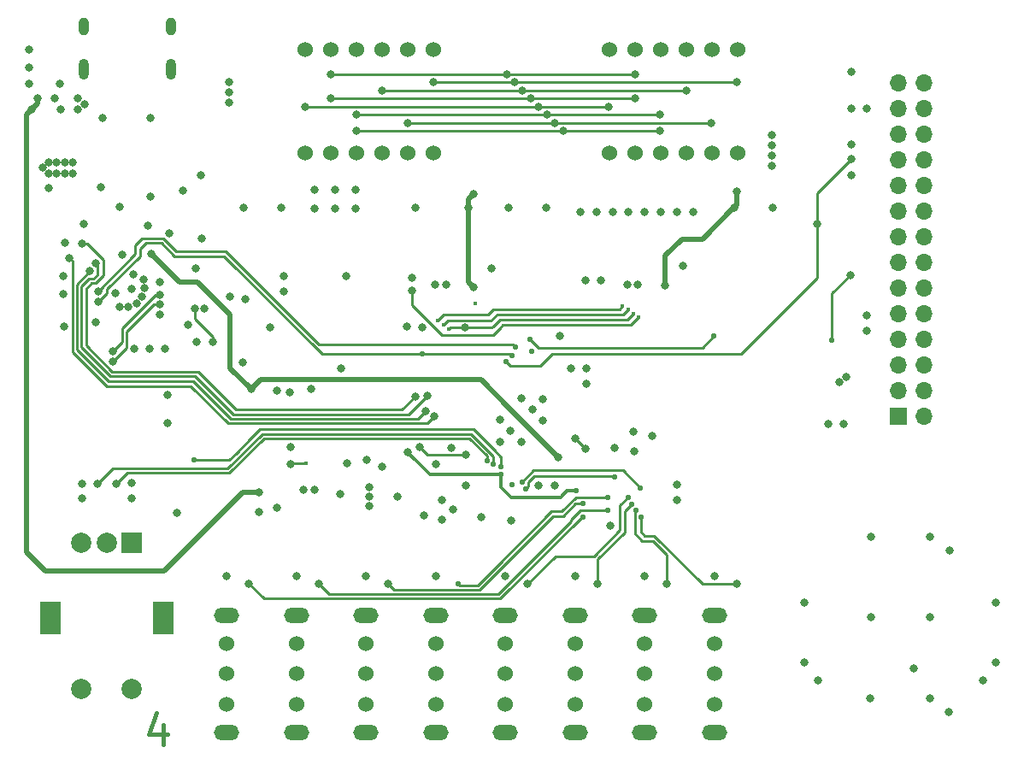
<source format=gbr>
%TF.GenerationSoftware,KiCad,Pcbnew,7.0.7*%
%TF.CreationDate,2024-01-22T13:38:32-08:00*%
%TF.ProjectId,ProgrammaGull_Sandpiper,50726f67-7261-46d6-9d61-47756c6c5f53,rev?*%
%TF.SameCoordinates,Original*%
%TF.FileFunction,Copper,L4,Bot*%
%TF.FilePolarity,Positive*%
%FSLAX46Y46*%
G04 Gerber Fmt 4.6, Leading zero omitted, Abs format (unit mm)*
G04 Created by KiCad (PCBNEW 7.0.7) date 2024-01-22 13:38:32*
%MOMM*%
%LPD*%
G01*
G04 APERTURE LIST*
%ADD10C,0.400000*%
%TA.AperFunction,NonConductor*%
%ADD11C,0.400000*%
%TD*%
%TA.AperFunction,ComponentPad*%
%ADD12C,1.524000*%
%TD*%
%TA.AperFunction,ComponentPad*%
%ADD13O,2.500000X1.524000*%
%TD*%
%TA.AperFunction,ComponentPad*%
%ADD14O,1.000000X2.100000*%
%TD*%
%TA.AperFunction,ComponentPad*%
%ADD15O,1.000000X1.800000*%
%TD*%
%TA.AperFunction,ComponentPad*%
%ADD16O,1.700000X1.700000*%
%TD*%
%TA.AperFunction,ComponentPad*%
%ADD17R,1.700000X1.700000*%
%TD*%
%TA.AperFunction,ComponentPad*%
%ADD18R,2.000000X2.000000*%
%TD*%
%TA.AperFunction,ComponentPad*%
%ADD19C,2.000000*%
%TD*%
%TA.AperFunction,ComponentPad*%
%ADD20R,2.000000X3.200000*%
%TD*%
%TA.AperFunction,ViaPad*%
%ADD21C,0.550000*%
%TD*%
%TA.AperFunction,ViaPad*%
%ADD22C,0.800000*%
%TD*%
%TA.AperFunction,ViaPad*%
%ADD23C,0.450000*%
%TD*%
%TA.AperFunction,Conductor*%
%ADD24C,0.250000*%
%TD*%
%TA.AperFunction,Conductor*%
%ADD25C,0.500000*%
%TD*%
%TA.AperFunction,Conductor*%
%ADD26C,0.350000*%
%TD*%
G04 APERTURE END LIST*
D10*
D11*
X39513157Y-96612057D02*
X39513157Y-98612057D01*
X38798871Y-95469200D02*
X38084585Y-97612057D01*
X38084585Y-97612057D02*
X39941728Y-97612057D01*
D12*
%TO.P,SW5,1*%
%TO.N,+3V3*%
X59600000Y-88600000D03*
%TO.P,SW5,2*%
%TO.N,Net-(R10-Pad1)*%
X59600000Y-91600000D03*
%TO.P,SW5,3*%
%TO.N,GND*%
X59600000Y-94600000D03*
D13*
%TO.P,SW5,4,CASE*%
X59600000Y-85800000D03*
X59600000Y-97400000D03*
%TD*%
D12*
%TO.P,SW4,1*%
%TO.N,+3V3*%
X66500000Y-88600000D03*
%TO.P,SW4,2*%
%TO.N,Net-(R12-Pad1)*%
X66500000Y-91600000D03*
%TO.P,SW4,3*%
%TO.N,GND*%
X66500000Y-94600000D03*
D13*
%TO.P,SW4,4,CASE*%
X66500000Y-85800000D03*
X66500000Y-97400000D03*
%TD*%
D12*
%TO.P,SW0,1*%
%TO.N,+3V3*%
X94100000Y-88600000D03*
%TO.P,SW0,2*%
%TO.N,Net-(R20-Pad1)*%
X94100000Y-91600000D03*
%TO.P,SW0,3*%
%TO.N,GND*%
X94100000Y-94600000D03*
D13*
%TO.P,SW0,4,CASE*%
X94100000Y-85800000D03*
X94100000Y-97400000D03*
%TD*%
D14*
%TO.P,P1,S1,SHIELD*%
%TO.N,GND*%
X40240000Y-31680000D03*
D15*
X40240000Y-27500000D03*
D14*
X31600000Y-31680000D03*
D15*
X31600000Y-27500000D03*
%TD*%
D12*
%TO.P,SW2,1*%
%TO.N,+3V3*%
X80300000Y-88600000D03*
%TO.P,SW2,2*%
%TO.N,Net-(R16-Pad1)*%
X80300000Y-91600000D03*
%TO.P,SW2,3*%
%TO.N,GND*%
X80300000Y-94600000D03*
D13*
%TO.P,SW2,4,CASE*%
X80300000Y-85800000D03*
X80300000Y-97400000D03*
%TD*%
D12*
%TO.P,SW1,1*%
%TO.N,+3V3*%
X87200000Y-88600000D03*
%TO.P,SW1,2*%
%TO.N,Net-(R18-Pad1)*%
X87200000Y-91600000D03*
%TO.P,SW1,3*%
%TO.N,GND*%
X87200000Y-94600000D03*
D13*
%TO.P,SW1,4,CASE*%
X87200000Y-85800000D03*
X87200000Y-97400000D03*
%TD*%
D16*
%TO.P,J1,28,Pin_28*%
%TO.N,+5V*%
X114875000Y-33020000D03*
%TO.P,J1,27,Pin_27*%
X112335000Y-33020000D03*
%TO.P,J1,26,Pin_26*%
%TO.N,+3V3*%
X114875000Y-35560000D03*
%TO.P,J1,25,Pin_25*%
X112335000Y-35560000D03*
%TO.P,J1,24,Pin_24*%
%TO.N,GND*%
X114875000Y-38100000D03*
%TO.P,J1,23,Pin_23*%
X112335000Y-38100000D03*
%TO.P,J1,22,Pin_22*%
%TO.N,/RCLP_1*%
X114875000Y-40640000D03*
%TO.P,J1,21,Pin_21*%
%TO.N,/RCLP_0*%
X112335000Y-40640000D03*
%TO.P,J1,20,Pin_20*%
%TO.N,unconnected-(J1-Pin_20-Pad20)*%
X114875000Y-43180000D03*
%TO.P,J1,19,Pin_19*%
%TO.N,GND*%
X112335000Y-43180000D03*
%TO.P,J1,18,Pin_18*%
%TO.N,Net-(J1-Pin_18)*%
X114875000Y-45720000D03*
%TO.P,J1,17,Pin_17*%
%TO.N,Net-(J1-Pin_17)*%
X112335000Y-45720000D03*
%TO.P,J1,16,Pin_16*%
%TO.N,Net-(J1-Pin_16)*%
X114875000Y-48260000D03*
%TO.P,J1,15,Pin_15*%
%TO.N,Net-(J1-Pin_15)*%
X112335000Y-48260000D03*
%TO.P,J1,14,Pin_14*%
%TO.N,Net-(J1-Pin_14)*%
X114875000Y-50800000D03*
%TO.P,J1,13,Pin_13*%
%TO.N,Net-(J1-Pin_13)*%
X112335000Y-50800000D03*
%TO.P,J1,12,Pin_12*%
%TO.N,Net-(J1-Pin_12)*%
X114875000Y-53340000D03*
%TO.P,J1,11,Pin_11*%
%TO.N,Net-(J1-Pin_11)*%
X112335000Y-53340000D03*
%TO.P,J1,10,Pin_10*%
%TO.N,GND*%
X114875000Y-55880000D03*
%TO.P,J1,9,Pin_9*%
X112335000Y-55880000D03*
%TO.P,J1,8,Pin_8*%
%TO.N,+3V3*%
X114875000Y-58420000D03*
%TO.P,J1,7,Pin_7*%
X112335000Y-58420000D03*
%TO.P,J1,6,Pin_6*%
%TO.N,/UI_ADC_SE_CHAN_0*%
X114875000Y-60960000D03*
%TO.P,J1,5,Pin_5*%
%TO.N,/UI_ADC_SE_CHAN_1*%
X112335000Y-60960000D03*
%TO.P,J1,4,Pin_4*%
%TO.N,/UI_ADC_SE_CHAN_3*%
X114875000Y-63500000D03*
%TO.P,J1,3,Pin_3*%
%TO.N,/UI_ADC_SE_CHAN_2*%
X112335000Y-63500000D03*
%TO.P,J1,2,Pin_2*%
%TO.N,GND*%
X114875000Y-66040000D03*
D17*
%TO.P,J1,1,Pin_1*%
X112335000Y-66040000D03*
%TD*%
D12*
%TO.P,SW6,1*%
%TO.N,+3V3*%
X52700000Y-88600000D03*
%TO.P,SW6,2*%
%TO.N,Net-(R8-Pad1)*%
X52700000Y-91600000D03*
%TO.P,SW6,3*%
%TO.N,GND*%
X52700000Y-94600000D03*
D13*
%TO.P,SW6,4,CASE*%
X52700000Y-85800000D03*
X52700000Y-97400000D03*
%TD*%
D12*
%TO.P,SW7,1*%
%TO.N,+3V3*%
X45800000Y-88600000D03*
%TO.P,SW7,2*%
%TO.N,Net-(R6-Pad1)*%
X45800000Y-91600000D03*
%TO.P,SW7,3*%
%TO.N,GND*%
X45800000Y-94600000D03*
D13*
%TO.P,SW7,4,CASE*%
X45800000Y-85800000D03*
X45800000Y-97400000D03*
%TD*%
D12*
%TO.P,U8,1,E*%
%TO.N,/UI_SEG_E*%
X53600000Y-40000000D03*
%TO.P,U8,2,D*%
%TO.N,/UI_SEG_D*%
X56140000Y-40000000D03*
%TO.P,U8,3,DP*%
%TO.N,/UI_SEG_DP*%
X58680000Y-40000000D03*
%TO.P,U8,4,C*%
%TO.N,/UI_SEG_C*%
X61220000Y-40000000D03*
%TO.P,U8,5,G*%
%TO.N,/UI_SEG_G*%
X63760000Y-40000000D03*
%TO.P,U8,6,CA3*%
%TO.N,Net-(Q4-C)*%
X66300000Y-40000000D03*
%TO.P,U8,7,B*%
%TO.N,/UI_SEG_B*%
X66300000Y-29740000D03*
%TO.P,U8,8,CA2*%
%TO.N,Net-(Q3-C)*%
X63760000Y-29740000D03*
%TO.P,U8,9,CA1*%
%TO.N,Net-(Q2-C)*%
X61220000Y-29740000D03*
%TO.P,U8,10,F*%
%TO.N,/UI_SEG_F*%
X58680000Y-29740000D03*
%TO.P,U8,11,A*%
%TO.N,/UI_SEG_A*%
X56140000Y-29740000D03*
%TO.P,U8,12,CA0*%
%TO.N,Net-(Q1-C)*%
X53600000Y-29740000D03*
%TD*%
%TO.P,U10,1,E*%
%TO.N,/UI_SEG_E*%
X83700000Y-40000000D03*
%TO.P,U10,2,D*%
%TO.N,/UI_SEG_D*%
X86240000Y-40000000D03*
%TO.P,U10,3,DP*%
%TO.N,/UI_SEG_DP*%
X88780000Y-40000000D03*
%TO.P,U10,4,C*%
%TO.N,/UI_SEG_C*%
X91320000Y-40000000D03*
%TO.P,U10,5,G*%
%TO.N,/UI_SEG_G*%
X93860000Y-40000000D03*
%TO.P,U10,6,CA3*%
%TO.N,Net-(Q8-C)*%
X96400000Y-40000000D03*
%TO.P,U10,7,B*%
%TO.N,/UI_SEG_B*%
X96400000Y-29740000D03*
%TO.P,U10,8,CA2*%
%TO.N,Net-(Q7-C)*%
X93860000Y-29740000D03*
%TO.P,U10,9,CA1*%
%TO.N,Net-(Q6-C)*%
X91320000Y-29740000D03*
%TO.P,U10,10,F*%
%TO.N,/UI_SEG_F*%
X88780000Y-29740000D03*
%TO.P,U10,11,A*%
%TO.N,/UI_SEG_A*%
X86240000Y-29740000D03*
%TO.P,U10,12,CA0*%
%TO.N,Net-(Q5-C)*%
X83700000Y-29740000D03*
%TD*%
%TO.P,SW3,1*%
%TO.N,+3V3*%
X73400000Y-88600000D03*
%TO.P,SW3,2*%
%TO.N,Net-(R14-Pad1)*%
X73400000Y-91600000D03*
%TO.P,SW3,3*%
%TO.N,GND*%
X73400000Y-94600000D03*
D13*
%TO.P,SW3,4,CASE*%
X73400000Y-85800000D03*
X73400000Y-97400000D03*
%TD*%
D18*
%TO.P,SW8,A,A*%
%TO.N,Net-(R77-Pad2)*%
X36410000Y-78580000D03*
D19*
%TO.P,SW8,B,B*%
%TO.N,Net-(R75-Pad2)*%
X31410000Y-78580000D03*
%TO.P,SW8,C,C*%
%TO.N,GND*%
X33910000Y-78580000D03*
D20*
%TO.P,SW8,MP*%
%TO.N,N/C*%
X39510000Y-86080000D03*
X28310000Y-86080000D03*
D19*
%TO.P,SW8,S1,S1*%
%TO.N,+3V3*%
X31410000Y-93080000D03*
%TO.P,SW8,S2,S2*%
%TO.N,Net-(R63-Pad2)*%
X36410000Y-93080000D03*
%TD*%
D21*
%TO.N,/UI_ADC_DO*%
X105700000Y-58550000D03*
D22*
%TO.N,GND*%
X106925000Y-66800000D03*
%TO.N,/UI_GPIO0*%
X104250000Y-47000000D03*
%TO.N,+5V*%
X99750000Y-40250000D03*
X51200000Y-45400000D03*
X89200000Y-53100000D03*
X64500000Y-45400000D03*
X26450000Y-35700000D03*
X99900000Y-45400000D03*
X73700000Y-45450000D03*
X47450000Y-45400000D03*
X99750000Y-39250000D03*
X46000000Y-35000000D03*
X99750000Y-41250000D03*
X96100000Y-45400000D03*
X46000000Y-34000000D03*
X46000000Y-33000000D03*
X27050000Y-34600000D03*
X77450000Y-45400000D03*
X70200000Y-44100000D03*
X54490000Y-43600000D03*
X96300000Y-43800000D03*
X69700000Y-45400000D03*
X58590000Y-43600000D03*
X56550000Y-43600000D03*
X70200000Y-53300000D03*
X99750000Y-38250000D03*
X49000000Y-73650000D03*
%TO.N,GND*%
X39150000Y-56000000D03*
X81450000Y-62850000D03*
X33300000Y-43400000D03*
X47350000Y-60750000D03*
X58590000Y-45500000D03*
X80300000Y-81937500D03*
X59925000Y-74000000D03*
X31700000Y-35150000D03*
X48980000Y-75530000D03*
X35150000Y-55250000D03*
X26200000Y-29750000D03*
X38200000Y-44275000D03*
X117360000Y-79350000D03*
X38175000Y-59400000D03*
X71000000Y-76100000D03*
X41450000Y-43700000D03*
X37600000Y-53350000D03*
X74000000Y-76440000D03*
X74940000Y-64320000D03*
X107675000Y-35570000D03*
X37550000Y-52500000D03*
X45800000Y-81937500D03*
X56550000Y-45500000D03*
X86500000Y-53000000D03*
X35400000Y-50100000D03*
X38000000Y-47200000D03*
X43600000Y-55400000D03*
X36850000Y-54900000D03*
X36000000Y-55200000D03*
X35200000Y-45300000D03*
X82850000Y-52650000D03*
X73400000Y-81937500D03*
X65350000Y-75900000D03*
X85450000Y-53000000D03*
X31050000Y-34600000D03*
X113800000Y-91050000D03*
X78750000Y-58100000D03*
X47600000Y-54500000D03*
X54490000Y-45500000D03*
X87200000Y-81937500D03*
X50750000Y-75150000D03*
X117340000Y-95340000D03*
X52000000Y-63700000D03*
X26200000Y-31550000D03*
X31420000Y-72730000D03*
X26200000Y-33100000D03*
X36350000Y-53500000D03*
X120670000Y-92270000D03*
X52700000Y-81937500D03*
X40900000Y-75600000D03*
X51420000Y-52170000D03*
X75000000Y-68600000D03*
X59640000Y-70410000D03*
X29600000Y-54000000D03*
X67550000Y-53000000D03*
X39700000Y-59400000D03*
X57060000Y-73770000D03*
X66500000Y-70775000D03*
X34800000Y-53850000D03*
X107675000Y-42160000D03*
X76040000Y-65420000D03*
X87900000Y-68000000D03*
X36400000Y-72720000D03*
X64150000Y-52350000D03*
X37350000Y-54200000D03*
X29250000Y-33100000D03*
X68175500Y-75300000D03*
X90400000Y-74375000D03*
X107150000Y-62215000D03*
X107650000Y-31970000D03*
X78300000Y-72900000D03*
X66500000Y-81937500D03*
X81450000Y-61350000D03*
X107675000Y-39120000D03*
X32800000Y-56800000D03*
X36500000Y-52000000D03*
X94100000Y-81937500D03*
X28150000Y-43450000D03*
X31650000Y-47050000D03*
X66450000Y-53000000D03*
X62725000Y-74000000D03*
X54470000Y-73370000D03*
X57105000Y-61300000D03*
X31050000Y-35700000D03*
X53370000Y-73370000D03*
X38200000Y-36500000D03*
X72000000Y-51400000D03*
X40055497Y-47924500D03*
X86100000Y-67600000D03*
X106450000Y-62715000D03*
X33500000Y-36500000D03*
X69500000Y-72900000D03*
X73900000Y-67500000D03*
X104340000Y-92250000D03*
X83800000Y-76950000D03*
X109200000Y-56095000D03*
X77100000Y-64400000D03*
X77100000Y-66500000D03*
X63600000Y-57200000D03*
X72900000Y-66400000D03*
X42800000Y-58675000D03*
X72900000Y-68600000D03*
X59600000Y-81937500D03*
X90950000Y-51150000D03*
%TO.N,+3V3*%
X30550000Y-40900000D03*
X52100000Y-69125000D03*
X109225000Y-35570000D03*
X43250000Y-42212500D03*
X67090000Y-74360000D03*
X122000000Y-84540000D03*
X39925000Y-66750000D03*
X122000000Y-90440000D03*
X103000000Y-90420000D03*
X28150000Y-42050000D03*
X115420000Y-94010000D03*
X31420000Y-74200000D03*
X59925000Y-75000000D03*
X29750000Y-42050000D03*
X57750000Y-70720000D03*
X115470000Y-86010000D03*
X90400000Y-72825000D03*
X57600000Y-52200000D03*
X67100000Y-76300000D03*
X28750000Y-34600000D03*
X84200000Y-69200000D03*
X29750000Y-48850000D03*
X61175000Y-71100000D03*
X27550000Y-41450000D03*
X29350000Y-35700000D03*
X30550000Y-42050000D03*
D23*
X70400000Y-54900000D03*
D22*
X43300000Y-48475000D03*
X28950000Y-40900000D03*
X51420000Y-53750000D03*
X115460000Y-78000000D03*
X39925000Y-63950000D03*
X109560000Y-94010000D03*
X76700000Y-72900000D03*
X105375000Y-66800000D03*
X81350000Y-52600000D03*
X39150000Y-52750000D03*
X103000000Y-84550000D03*
X54175000Y-63400000D03*
X59925000Y-73100000D03*
X42000000Y-57000000D03*
X50100000Y-57300000D03*
X42700000Y-51450000D03*
X79900000Y-61350000D03*
X46150000Y-54250000D03*
X109590000Y-86000000D03*
X68000000Y-69175000D03*
X29650000Y-57150000D03*
X50800000Y-63500000D03*
X109570000Y-77990000D03*
X29600000Y-52200000D03*
X28950000Y-42050000D03*
X86150000Y-69550000D03*
X65150000Y-57250000D03*
X29750000Y-40900000D03*
X28150000Y-40900000D03*
X109200000Y-57645000D03*
X36600000Y-59400000D03*
X36410000Y-74200000D03*
D21*
%TO.N,+1V2*%
X74010000Y-72870000D03*
X76020000Y-59620000D03*
D22*
%TO.N,/UI_RGBLED_B*%
X81362500Y-69300000D03*
X80300000Y-68300000D03*
D21*
%TO.N,/UI_GPIO1*%
X75850000Y-58450000D03*
X94050000Y-58150000D03*
D22*
%TO.N,/UI_GPIO0*%
X107625000Y-40620000D03*
D21*
X73425000Y-60625000D03*
%TO.N,/UI_SW7*%
X81100000Y-76050000D03*
D22*
X48000000Y-82675000D03*
%TO.N,/UI_SW6*%
X54900000Y-82675000D03*
D21*
X83500000Y-75400000D03*
%TO.N,/UI_SW5*%
X81100000Y-74750000D03*
D22*
X61800000Y-82675000D03*
D21*
%TO.N,/UI_SW4*%
X68700000Y-82650500D03*
X83500000Y-74100000D03*
D22*
%TO.N,/UI_SW3*%
X75600000Y-82675000D03*
D21*
X85549500Y-74102205D03*
D22*
%TO.N,/UI_SW2*%
X82500000Y-82675000D03*
D21*
X85906169Y-74761402D03*
%TO.N,/UI_SW1*%
X86322967Y-75384325D03*
D22*
X89400000Y-82675000D03*
D21*
%TO.N,/UI_SW0*%
X86800000Y-76054556D03*
D22*
X96300000Y-82675000D03*
%TO.N,/FLASH_CS*%
X65500000Y-65550000D03*
X32250000Y-51700000D03*
%TO.N,/EEPROM_SPI_DO*%
X42600000Y-55400000D03*
X44400000Y-58725000D03*
%TO.N,/FLASH_SCK*%
X64450000Y-64100000D03*
X31500000Y-48975500D03*
%TO.N,/UI_SEG_A*%
X56100000Y-32200000D03*
X80800000Y-45800000D03*
X86200000Y-32200000D03*
X73500000Y-32200000D03*
%TO.N,/UI_SEG_B*%
X74300000Y-33000000D03*
X96300000Y-33000000D03*
X66300000Y-33000000D03*
X82400000Y-45800000D03*
X66300000Y-33000000D03*
%TO.N,/UI_SEG_C*%
X61200000Y-33800000D03*
X84000000Y-45800000D03*
X75100000Y-33800000D03*
X91300000Y-33800000D03*
%TO.N,/UI_SEG_D*%
X56100000Y-34600000D03*
X75900000Y-34600000D03*
X86200000Y-34600000D03*
X85600000Y-45800000D03*
%TO.N,/UI_SEG_E*%
X53600000Y-35400000D03*
X87200000Y-45800000D03*
X76700000Y-35400000D03*
X83600000Y-35400000D03*
%TO.N,/UI_SEG_F*%
X77500000Y-36200000D03*
X88800000Y-45800000D03*
X88700000Y-36200000D03*
X58600000Y-36200000D03*
%TO.N,/UI_SEG_G*%
X63700000Y-37000000D03*
X90400000Y-45800000D03*
X93800000Y-37000000D03*
X78300000Y-37000000D03*
%TO.N,/UI_SEG_DP*%
X79100000Y-37800000D03*
X58600000Y-37800000D03*
X92000000Y-45800000D03*
X88700000Y-37800000D03*
%TO.N,/~{UI_7SEGSR_OE}*%
X69400000Y-57300000D03*
D23*
X86050607Y-55913612D03*
X67800500Y-57475500D03*
D22*
%TO.N,/UI_ENC_B*%
X32960000Y-72740000D03*
D21*
X72225865Y-70849500D03*
D23*
%TO.N,/~{UI_ULEDSR_OE}*%
X53623000Y-70750000D03*
D22*
X52100000Y-70775000D03*
D21*
%TO.N,/UP5K_CDONE*%
X74375000Y-59225000D03*
D22*
X33050000Y-53700000D03*
D21*
%TO.N,/UP5K_CRESET*%
X74050000Y-60050000D03*
X65150000Y-59900000D03*
D22*
X33050000Y-54700000D03*
D23*
%TO.N,/UI_7SEGSR_CLK*%
X85000000Y-55150000D03*
X66701500Y-56550000D03*
%TO.N,/UI_7SEGSR_RCLK*%
X85532093Y-55522465D03*
X67251000Y-57000000D03*
D22*
%TO.N,/FLASH_MOSI*%
X65650000Y-64025500D03*
X32850000Y-50900000D03*
%TO.N,/FLASH_MISO*%
X30200000Y-50400000D03*
X66354143Y-66069079D03*
D21*
%TO.N,/UI_ENC_A*%
X71569655Y-70487364D03*
D22*
X34870000Y-72730000D03*
%TO.N,/UI_ADC_DO*%
X107575000Y-52070000D03*
%TO.N,/CLK_12M*%
X78600000Y-70100000D03*
X38300000Y-50000000D03*
X48200000Y-63400000D03*
%TO.N,/UI_7SEG_SER_CARRY*%
X64150000Y-53600000D03*
D23*
X86588555Y-56277570D03*
D22*
%TO.N,Net-(U7-BCBUS4)*%
X39150000Y-54050000D03*
X34495800Y-59656794D03*
%TO.N,Net-(U7-BCBUS3)*%
X39150000Y-55000000D03*
X34500895Y-60676297D03*
D21*
%TO.N,/UI_ENC_SW*%
X42580000Y-70400000D03*
X72950133Y-71070698D03*
D22*
%TO.N,/UI_ULEDSR_RCLK*%
X64880000Y-69130000D03*
X69500000Y-69900000D03*
D21*
%TO.N,/SERIAL_SW_D*%
X75400000Y-73250000D03*
X84200000Y-72074500D03*
%TO.N,/SW_SH_CLKEN*%
X75070000Y-72560000D03*
X86750000Y-73150000D03*
%TO.N,/SW_SH_CLK*%
X80400000Y-73450000D03*
D22*
X63760000Y-69670000D03*
D21*
X72989337Y-71819175D03*
%TD*%
D24*
%TO.N,/UI_GPIO1*%
X76700000Y-59300000D02*
X75850000Y-58450000D01*
X94050000Y-58150000D02*
X92900000Y-59300000D01*
X92900000Y-59300000D02*
X76700000Y-59300000D01*
%TO.N,/UI_GPIO0*%
X104280000Y-47030000D02*
X104280000Y-48800000D01*
X104250000Y-47000000D02*
X104280000Y-47030000D01*
X104280000Y-46970000D02*
X104250000Y-47000000D01*
X104280000Y-52320000D02*
X104280000Y-48800000D01*
X104280000Y-48800000D02*
X104280000Y-48095000D01*
X104280000Y-43965000D02*
X104280000Y-46970000D01*
X107625000Y-40620000D02*
X104280000Y-43965000D01*
D25*
%TO.N,+5V*%
X69700000Y-52800000D02*
X70200000Y-53300000D01*
X89200000Y-50180000D02*
X90870000Y-48510000D01*
X47350000Y-73650000D02*
X49000000Y-73650000D01*
X90870000Y-48510000D02*
X92890000Y-48510000D01*
X39600000Y-81400000D02*
X43250000Y-77750000D01*
X26000000Y-43950000D02*
X26000000Y-79550000D01*
X69700000Y-45400000D02*
X69700000Y-44600000D01*
X27050000Y-35100000D02*
X26450000Y-35700000D01*
X69700000Y-45400000D02*
X69700000Y-52800000D01*
X89200000Y-53100000D02*
X89200000Y-50180000D01*
X49000000Y-73650000D02*
X49050000Y-73650000D01*
X69700000Y-44600000D02*
X70200000Y-44100000D01*
X26000000Y-79550000D02*
X27850000Y-81400000D01*
X96000000Y-45400000D02*
X92890000Y-48510000D01*
X96100000Y-45400000D02*
X96000000Y-45400000D01*
X26000000Y-36150000D02*
X26000000Y-43950000D01*
X27850000Y-81400000D02*
X39600000Y-81400000D01*
X27050000Y-34600000D02*
X27050000Y-35100000D01*
X43250000Y-77750000D02*
X47350000Y-73650000D01*
X26450000Y-35700000D02*
X26000000Y-36150000D01*
X96300000Y-43800000D02*
X96300000Y-45200000D01*
X96300000Y-45200000D02*
X96100000Y-45400000D01*
D24*
%TO.N,/UI_RGBLED_B*%
X81300000Y-69300000D02*
X80300000Y-68300000D01*
X81062500Y-69000000D02*
X81000000Y-69000000D01*
%TO.N,/UI_GPIO0*%
X107625000Y-40620000D02*
X107675000Y-40620000D01*
X76850000Y-61050000D02*
X78000000Y-59900000D01*
X96700000Y-59900000D02*
X104280000Y-52320000D01*
X73850000Y-61050000D02*
X76850000Y-61050000D01*
X73425000Y-60625000D02*
X73850000Y-61050000D01*
X73425000Y-60625000D02*
X73700000Y-60900000D01*
X78000000Y-59900000D02*
X96700000Y-59900000D01*
%TO.N,/UI_SW7*%
X80950000Y-76050000D02*
X72850000Y-84150000D01*
X49475000Y-84150000D02*
X48000000Y-82675000D01*
X81100000Y-76050000D02*
X80950000Y-76050000D01*
X72850000Y-84150000D02*
X49475000Y-84150000D01*
%TO.N,/UI_SW6*%
X80800000Y-75400000D02*
X79850000Y-76350000D01*
X54900000Y-82675000D02*
X55925000Y-83700000D01*
X72663604Y-83700000D02*
X79850000Y-76513604D01*
X55925000Y-83700000D02*
X72663604Y-83700000D01*
X80800000Y-75400000D02*
X83500000Y-75400000D01*
X79850000Y-76350000D02*
X79850000Y-76513604D01*
%TO.N,/UI_SW5*%
X61800000Y-82675000D02*
X62375000Y-83250000D01*
X78125000Y-75975000D02*
X79125000Y-75975000D01*
X79125000Y-75975000D02*
X80350000Y-74750000D01*
X80350000Y-74750000D02*
X81100000Y-74750000D01*
X70850000Y-83250000D02*
X78125000Y-75975000D01*
X62375000Y-83250000D02*
X70850000Y-83250000D01*
%TO.N,/UI_SW4*%
X72431802Y-81031802D02*
X77981802Y-75481802D01*
X71863604Y-81600000D02*
X72431802Y-81031802D01*
X68849500Y-82800000D02*
X70663604Y-82800000D01*
X70663604Y-82800000D02*
X72431802Y-81031802D01*
X77981802Y-75481802D02*
X78981802Y-75481802D01*
X68700000Y-82650500D02*
X68849500Y-82800000D01*
X78981802Y-75481802D02*
X80363604Y-74100000D01*
X80363604Y-74100000D02*
X83500000Y-74100000D01*
%TO.N,/UI_SW3*%
X82163604Y-79950000D02*
X84750000Y-77363604D01*
X84750000Y-74901705D02*
X85549500Y-74102205D01*
X78325000Y-79950000D02*
X82163604Y-79950000D01*
X75600000Y-82675000D02*
X78325000Y-79950000D01*
X84750000Y-77363604D02*
X84750000Y-74901705D01*
%TO.N,/UI_SW2*%
X82500000Y-80250000D02*
X85200000Y-77550000D01*
X85200000Y-75467571D02*
X85906169Y-74761402D01*
X82500000Y-82675000D02*
X82500000Y-80250000D01*
X85200000Y-77550000D02*
X85200000Y-75467571D01*
%TO.N,/UI_SW1*%
X86950000Y-78400000D02*
X86200000Y-77650000D01*
X86200000Y-75507292D02*
X86322967Y-75384325D01*
X89400000Y-82675000D02*
X89400000Y-79800000D01*
X89400000Y-79800000D02*
X88000000Y-78400000D01*
X88000000Y-78400000D02*
X86950000Y-78400000D01*
X86200000Y-77650000D02*
X86200000Y-75507292D01*
%TO.N,/UI_SW0*%
X86800000Y-77500000D02*
X86800000Y-76054556D01*
X88136396Y-77900000D02*
X87200000Y-77900000D01*
X96300000Y-82675000D02*
X92911396Y-82675000D01*
X87200000Y-77900000D02*
X86800000Y-77500000D01*
X92911396Y-82675000D02*
X88136396Y-77900000D01*
%TO.N,/FLASH_CS*%
X42486396Y-62636396D02*
X34086396Y-62636396D01*
X47052208Y-66325000D02*
X46675000Y-66325000D01*
X34086396Y-62636396D02*
X30950000Y-59500000D01*
X65500000Y-65550000D02*
X64725000Y-66325000D01*
X64725000Y-66325000D02*
X47052208Y-66325000D01*
X46175000Y-66325000D02*
X42486396Y-62636396D01*
X30950000Y-59500000D02*
X30950000Y-53000000D01*
X46675000Y-66325000D02*
X46175000Y-66325000D01*
X30950000Y-53000000D02*
X32250000Y-51700000D01*
%TO.N,/EEPROM_SPI_DO*%
X42600000Y-56400000D02*
X42600000Y-55400000D01*
X44400000Y-58200000D02*
X42600000Y-56400000D01*
X44400000Y-58725000D02*
X44400000Y-58200000D01*
%TO.N,/FLASH_SCK*%
X42950000Y-61650000D02*
X34450000Y-61650000D01*
X46725000Y-65425000D02*
X42950000Y-61650000D01*
X34450000Y-61650000D02*
X31850000Y-59050000D01*
X31950805Y-48975500D02*
X31500000Y-48975500D01*
X63125000Y-65425000D02*
X46725000Y-65425000D01*
X33575000Y-50599695D02*
X31950805Y-48975500D01*
X31850000Y-59050000D02*
X31850000Y-53463604D01*
X64450000Y-64100000D02*
X63125000Y-65425000D01*
X32786396Y-52900000D02*
X33575000Y-52111396D01*
X32413604Y-52900000D02*
X32786396Y-52900000D01*
X31850000Y-53463604D02*
X32413604Y-52900000D01*
X33575000Y-52111396D02*
X33575000Y-50599695D01*
%TO.N,/UI_SEG_A*%
X66300000Y-32200000D02*
X56100000Y-32200000D01*
X86200000Y-32200000D02*
X66300000Y-32200000D01*
%TO.N,/UI_SEG_B*%
X69300000Y-33000000D02*
X66300000Y-33000000D01*
X96400000Y-33000000D02*
X96300000Y-33000000D01*
X96300000Y-33000000D02*
X69300000Y-33000000D01*
%TO.N,/UI_SEG_C*%
X91300000Y-33800000D02*
X70100000Y-33800000D01*
X70100000Y-33800000D02*
X61200000Y-33800000D01*
%TO.N,/UI_SEG_D*%
X70900000Y-34600000D02*
X56100000Y-34600000D01*
X86200000Y-34600000D02*
X70900000Y-34600000D01*
%TO.N,/UI_SEG_E*%
X71700000Y-35400000D02*
X83600000Y-35400000D01*
X53600000Y-35400000D02*
X71700000Y-35400000D01*
%TO.N,/UI_SEG_F*%
X88700000Y-36200000D02*
X72500000Y-36200000D01*
X72500000Y-36200000D02*
X58600000Y-36200000D01*
%TO.N,/UI_SEG_G*%
X73300000Y-37000000D02*
X63700000Y-37000000D01*
X93800000Y-37000000D02*
X73300000Y-37000000D01*
%TO.N,/UI_SEG_DP*%
X74100000Y-37800000D02*
X58600000Y-37800000D01*
X88700000Y-37800000D02*
X74100000Y-37800000D01*
%TO.N,/~{UI_7SEGSR_OE}*%
X72850000Y-56500000D02*
X85464219Y-56500000D01*
X69400000Y-57300000D02*
X67976000Y-57300000D01*
X85464219Y-56500000D02*
X86050607Y-55913612D01*
X72160000Y-57190000D02*
X72850000Y-56500000D01*
X72050000Y-57300000D02*
X69400000Y-57300000D01*
X72160000Y-57190000D02*
X72050000Y-57300000D01*
X67976000Y-57300000D02*
X67800500Y-57475500D01*
%TO.N,/UI_ENC_B*%
X49283604Y-67810000D02*
X45863604Y-71230000D01*
X34470000Y-71230000D02*
X32960000Y-72740000D01*
X72225865Y-70849500D02*
X72225865Y-70019814D01*
X70016051Y-67810000D02*
X49283604Y-67810000D01*
X72225865Y-70019814D02*
X70016051Y-67810000D01*
X45863604Y-71230000D02*
X34470000Y-71230000D01*
%TO.N,/~{UI_ULEDSR_OE}*%
X52125000Y-70750000D02*
X52100000Y-70775000D01*
X53623000Y-70750000D02*
X52125000Y-70750000D01*
%TO.N,/UP5K_CDONE*%
X40786396Y-49750000D02*
X39486396Y-48450000D01*
X36750000Y-49100000D02*
X36750000Y-50000000D01*
X37400000Y-48450000D02*
X36750000Y-49100000D01*
X74375000Y-59225000D02*
X74150000Y-59000000D01*
X45700000Y-49750000D02*
X40786396Y-49750000D01*
X36750000Y-50000000D02*
X33050000Y-53700000D01*
X39486396Y-48450000D02*
X37400000Y-48450000D01*
X54950000Y-59000000D02*
X45700000Y-49750000D01*
X74150000Y-59000000D02*
X54950000Y-59000000D01*
%TO.N,/UP5K_CRESET*%
X37800000Y-48900000D02*
X37200000Y-49500000D01*
X55213604Y-59900000D02*
X45513604Y-50200000D01*
X45513604Y-50200000D02*
X40600000Y-50200000D01*
X33900000Y-53500000D02*
X33900000Y-53875305D01*
X65150000Y-59900000D02*
X55213604Y-59900000D01*
X33900000Y-53875305D02*
X33075305Y-54700000D01*
X40600000Y-50200000D02*
X39300000Y-48900000D01*
X39300000Y-48900000D02*
X37800000Y-48900000D01*
X37200000Y-50200000D02*
X33900000Y-53500000D01*
X37200000Y-49500000D02*
X37200000Y-50200000D01*
X33075305Y-54700000D02*
X33050000Y-54700000D01*
X73900000Y-59900000D02*
X74050000Y-60050000D01*
X65150000Y-59900000D02*
X73900000Y-59900000D01*
%TO.N,/UI_7SEGSR_CLK*%
X68800000Y-56000000D02*
X71700000Y-56000000D01*
X72240000Y-55460000D02*
X84690000Y-55460000D01*
X71700000Y-56000000D02*
X72200000Y-55500000D01*
X67251500Y-56000000D02*
X68800000Y-56000000D01*
X71700000Y-56000000D02*
X72240000Y-55460000D01*
X84690000Y-55460000D02*
X85000000Y-55150000D01*
X66701500Y-56550000D02*
X67251500Y-56000000D01*
%TO.N,/UI_7SEGSR_RCLK*%
X69450000Y-56575000D02*
X71975000Y-56575000D01*
X72120000Y-56430000D02*
X72570000Y-55980000D01*
X67676000Y-56575000D02*
X69450000Y-56575000D01*
X72570000Y-55980000D02*
X85074558Y-55980000D01*
X85074558Y-55980000D02*
X85532093Y-55522465D01*
X71975000Y-56575000D02*
X72120000Y-56430000D01*
X67251000Y-57000000D02*
X67676000Y-56575000D01*
%TO.N,/FLASH_MOSI*%
X32600000Y-52450000D02*
X32150000Y-52450000D01*
X32150000Y-52450000D02*
X31400000Y-53200000D01*
X34263604Y-62100000D02*
X42675000Y-62100000D01*
X31400000Y-59236396D02*
X34263604Y-62100000D01*
X32850000Y-50900000D02*
X32975000Y-51025000D01*
X63800500Y-65875000D02*
X65650000Y-64025500D01*
X31400000Y-53200000D02*
X31400000Y-59236396D01*
X32975000Y-51025000D02*
X32975000Y-52075000D01*
X42675000Y-62100000D02*
X46450000Y-65875000D01*
X32975000Y-52075000D02*
X32600000Y-52450000D01*
X46450000Y-65875000D02*
X63800500Y-65875000D01*
%TO.N,/FLASH_MISO*%
X40450000Y-63086396D02*
X33900000Y-63086396D01*
X33900000Y-63086396D02*
X30500000Y-59686396D01*
X66354143Y-66069079D02*
X65648222Y-66775000D01*
X30500000Y-50700000D02*
X30500000Y-54800000D01*
X40677208Y-63086396D02*
X40450000Y-63086396D01*
X30500000Y-59686396D02*
X30500000Y-58750000D01*
X42236396Y-63086396D02*
X40450000Y-63086396D01*
X30500000Y-54800000D02*
X30500000Y-58750000D01*
X45925000Y-66775000D02*
X42236396Y-63086396D01*
X30200000Y-50400000D02*
X30500000Y-50700000D01*
X65648222Y-66775000D02*
X45925000Y-66775000D01*
%TO.N,/UI_ENC_A*%
X49470000Y-68260000D02*
X69829655Y-68260000D01*
X71569655Y-70000000D02*
X71569655Y-70487364D01*
X69829655Y-68260000D02*
X71569655Y-70000000D01*
X34870000Y-72730000D02*
X35920000Y-71680000D01*
X35920000Y-71680000D02*
X46050000Y-71680000D01*
X46050000Y-71680000D02*
X49470000Y-68260000D01*
%TO.N,/UI_ADC_DO*%
X107575000Y-52070000D02*
X105725755Y-53919245D01*
X105725755Y-53919245D02*
X105725755Y-58514971D01*
D25*
%TO.N,/CLK_12M*%
X46100000Y-61300000D02*
X48200000Y-63400000D01*
X73900000Y-65400000D02*
X70975000Y-62475000D01*
X70975000Y-62475000D02*
X69700000Y-62475000D01*
X42900000Y-52800000D02*
X46100000Y-56000000D01*
X41100000Y-52800000D02*
X42900000Y-52800000D01*
X46100000Y-56000000D02*
X46100000Y-61300000D01*
X54700000Y-62475000D02*
X49125000Y-62475000D01*
X69700000Y-62475000D02*
X61600000Y-62475000D01*
D24*
X38300000Y-50000000D02*
X38400000Y-50200000D01*
D25*
X78600000Y-70100000D02*
X73900000Y-65400000D01*
X38300000Y-50000000D02*
X41100000Y-52800000D01*
X49125000Y-62475000D02*
X48200000Y-63400000D01*
X61600000Y-62475000D02*
X54700000Y-62475000D01*
D24*
%TO.N,/UI_7SEG_SER_CARRY*%
X85841126Y-57025000D02*
X86588555Y-56277570D01*
X72855000Y-57315000D02*
X72145000Y-58025000D01*
X73145000Y-57025000D02*
X85841126Y-57025000D01*
X67075000Y-58025000D02*
X64150000Y-55100000D01*
X71270000Y-58025000D02*
X67075000Y-58025000D01*
X72855000Y-57315000D02*
X73145000Y-57025000D01*
X72520000Y-57650000D02*
X72150000Y-58020000D01*
X64150000Y-55100000D02*
X64150000Y-53600000D01*
X73150000Y-57020000D02*
X72520000Y-57650000D01*
X72520000Y-57650000D02*
X72855000Y-57315000D01*
X72145000Y-58025000D02*
X71270000Y-58025000D01*
%TO.N,Net-(U7-BCBUS4)*%
X35425000Y-58727594D02*
X35425000Y-57350305D01*
X34495800Y-59656794D02*
X35425000Y-58727594D01*
X35425000Y-57350305D02*
X38725305Y-54050000D01*
X38725305Y-54050000D02*
X39150000Y-54050000D01*
%TO.N,Net-(U7-BCBUS3)*%
X35875000Y-59302192D02*
X35875000Y-57675000D01*
X34500895Y-60676297D02*
X35875000Y-59302192D01*
X35875000Y-57675000D02*
X38550000Y-55000000D01*
X38550000Y-55000000D02*
X39150000Y-55000000D01*
%TO.N,/UI_ENC_SW*%
X49097208Y-67360000D02*
X48143604Y-68313604D01*
X69260000Y-67360000D02*
X49097208Y-67360000D01*
X42580000Y-70400000D02*
X42560000Y-70400000D01*
X48143604Y-68313604D02*
X46778604Y-69678604D01*
X46057208Y-70400000D02*
X42580000Y-70400000D01*
X46778604Y-69678604D02*
X46057208Y-70400000D01*
X72331223Y-69488776D02*
X70202447Y-67360000D01*
X72950133Y-71070698D02*
X72950133Y-70107686D01*
X72950133Y-70107686D02*
X72331223Y-69488776D01*
X70202447Y-67360000D02*
X69260000Y-67360000D01*
%TO.N,/UI_ULEDSR_RCLK*%
X64880000Y-69140000D02*
X64880000Y-69130000D01*
X65665000Y-69925000D02*
X64880000Y-69140000D01*
X65780000Y-69925000D02*
X65665000Y-69925000D01*
X69475000Y-69925000D02*
X65780000Y-69925000D01*
X64880000Y-69130000D02*
X64870000Y-69130000D01*
X64870000Y-69130000D02*
X64870000Y-69130000D01*
X69500000Y-69900000D02*
X69475000Y-69925000D01*
%TO.N,/SERIAL_SW_D*%
X75670000Y-72596396D02*
X75670000Y-72980000D01*
X84200000Y-72074500D02*
X84125500Y-72000000D01*
X75670000Y-72980000D02*
X75400000Y-73250000D01*
X84125500Y-72000000D02*
X76266396Y-72000000D01*
X76266396Y-72000000D02*
X75670000Y-72596396D01*
%TO.N,/SW_SH_CLKEN*%
X78250000Y-71450000D02*
X85050000Y-71450000D01*
X85050000Y-71450000D02*
X86750000Y-73150000D01*
X75070000Y-72560000D02*
X76180000Y-71450000D01*
X76180000Y-71450000D02*
X78250000Y-71450000D01*
D26*
%TO.N,/SW_SH_CLK*%
X72989337Y-71819175D02*
X65909175Y-71819175D01*
X65909175Y-71819175D02*
X63760000Y-69670000D01*
D24*
X64300000Y-70270000D02*
X63760000Y-69730000D01*
D26*
X78850000Y-74100000D02*
X79500000Y-73450000D01*
X74000000Y-74100000D02*
X72989337Y-73089337D01*
X72989337Y-73089337D02*
X72989337Y-71819175D01*
D24*
X63760000Y-69670000D02*
X63700000Y-69670000D01*
D26*
X79500000Y-73450000D02*
X79100000Y-73850000D01*
D24*
X63700000Y-69670000D02*
X63700000Y-69670000D01*
D26*
X74900000Y-74100000D02*
X74000000Y-74100000D01*
D24*
X63760000Y-69730000D02*
X63760000Y-69670000D01*
D26*
X80400000Y-73450000D02*
X79500000Y-73450000D01*
X78300000Y-74100000D02*
X74900000Y-74100000D01*
X78300000Y-74100000D02*
X78850000Y-74100000D01*
X79100000Y-73850000D02*
X79050000Y-73900000D01*
%TD*%
M02*

</source>
